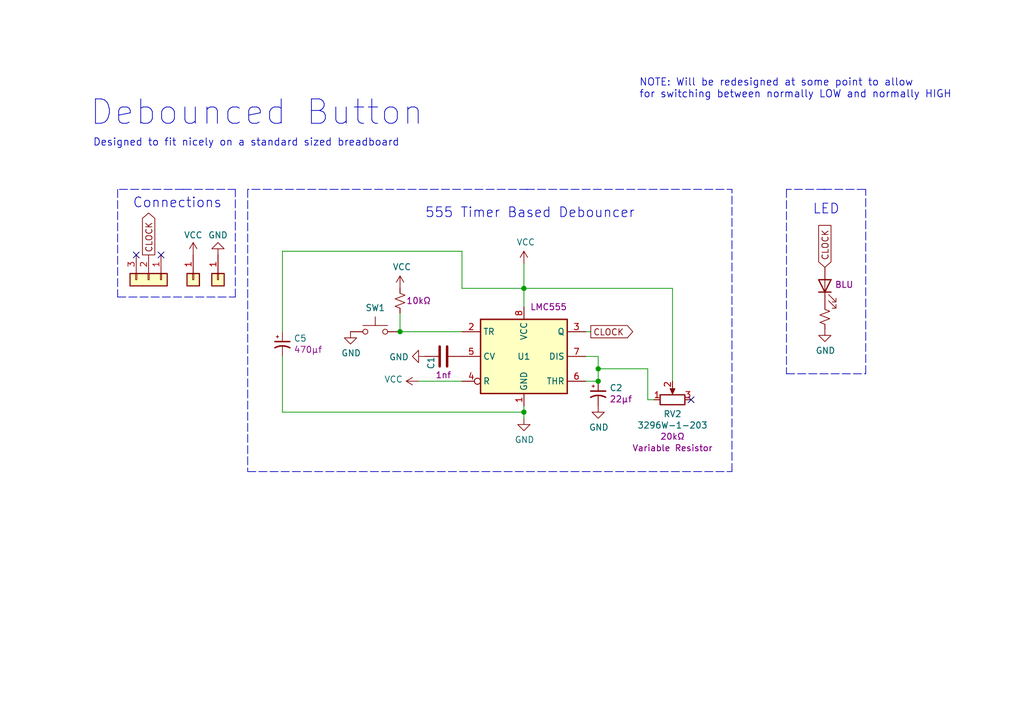
<source format=kicad_sch>
(kicad_sch (version 20211123) (generator eeschema)
  (paper "A5")
  (title_block (title "Debounced Button") (date "2022-01-03") (rev "1") (company "theWickedWebDev/8-bit-computer") (comment 1 "Normally Low, Active High"))
  (lib_symbols
    (symbol "Connector_Generic:Conn_01x01" (pin_names (offset 1.016) hide)
      (property "Reference" "J" (at 0 2.54 0))
      (property "Value" "Conn_01x01" (at 0 -2.54 0))
      (symbol "Conn_01x01_1_1"
        (rectangle (start -1.27 0.127) (end 0 -0.127) (stroke (width 0.1524)))
        (rectangle (start -1.27 1.27) (end 1.27 -1.27) (stroke (width 0.254)) (fill (type background)))
        (pin passive line (at -5.08 0 0) (length 3.81) (name "Pin_1") (number "1"))
      )
    )
    (symbol "Connector_Generic:Conn_01x03" (pin_names (offset 1.016) hide)
      (property "Reference" "J" (at 0 5.08 0))
      (property "Value" "Conn_01x03" (at 0 -5.08 0))
      (symbol "Conn_01x03_1_1"
        (rectangle (start -1.27 -2.413) (end 0 -2.667) (stroke (width 0.1524)))
        (rectangle (start -1.27 0.127) (end 0 -0.127) (stroke (width 0.1524)))
        (rectangle (start -1.27 2.667) (end 0 2.413) (stroke (width 0.1524)))
        (rectangle (start -1.27 3.81) (end 1.27 -3.81) (stroke (width 0.254)) (fill (type background)))
        (pin passive line (at -5.08 2.54 0) (length 3.81) (name "Pin_1") (number "1"))
        (pin passive line (at -5.08 0 0) (length 3.81) (name "Pin_2") (number "2"))
        (pin passive line (at -5.08 -2.54 0) (length 3.81) (name "Pin_3") (number "3"))
      )
    )
    (symbol "Device:C" (pin_numbers hide) (pin_names (offset 0.254))
      (property "Reference" "C" (at 0.635 2.54 0))
      (property "Value" "C" (at 0.635 -2.54 0))
      (symbol "C_0_1"
        (polyline (pts (xy -2.032 -0.762) (xy 2.032 -0.762)) (stroke (width 0.508)))
        (polyline (pts (xy -2.032 0.762) (xy 2.032 0.762)) (stroke (width 0.508)))
      )
      (symbol "C_1_1"
        (pin passive line (at 0 3.81 270) (length 2.794) (name "~") (number "1"))
        (pin passive line (at 0 -3.81 90) (length 2.794) (name "~") (number "2"))
      )
    )
    (symbol "Device:CP1_Small" (pin_numbers hide) (pin_names (offset 0.254) hide)
      (property "Reference" "C" (at 0.254 1.778 0))
      (property "Value" "Device_CP1_Small" (at 0.254 -2.032 0))
      (symbol "CP1_Small_0_1"
        (polyline (pts (xy -1.524 0.508) (xy 1.524 0.508)) (stroke (width 0.3048)))
        (polyline (pts (xy -1.27 1.524) (xy -0.762 1.524)))
        (polyline (pts (xy -1.016 1.27) (xy -1.016 1.778)))
        (arc (start 1.524 -0.762) (mid 0 -0.3734) (end -1.524 -0.762) (stroke (width 0.3048)))
      )
      (symbol "CP1_Small_1_1"
        (pin passive line (at 0 2.54 270) (length 2.032) (name "~") (number "1"))
        (pin passive line (at 0 -2.54 90) (length 2.032) (name "~") (number "2"))
      )
    )
    (symbol "Device:LED" (pin_numbers hide) (pin_names (offset 1.016) hide)
      (property "Reference" "D" (at 0 2.54 0))
      (property "Value" "LED" (at 0 -2.54 0))
      (symbol "LED_0_1"
        (polyline (pts (xy -1.27 -1.27) (xy -1.27 1.27)) (stroke (width 0.254)))
        (polyline (pts (xy -1.27 0) (xy 1.27 0)))
        (polyline (pts (xy 1.27 -1.27) (xy 1.27 1.27) (xy -1.27 0) (xy 1.27 -1.27)) (stroke (width 0.254)))
        (polyline (pts (xy -3.048 -0.762) (xy -4.572 -2.286) (xy -3.81 -2.286) (xy -4.572 -2.286) (xy -4.572 -1.524)))
        (polyline (pts (xy -1.778 -0.762) (xy -3.302 -2.286) (xy -2.54 -2.286) (xy -3.302 -2.286) (xy -3.302 -1.524)))
      )
      (symbol "LED_1_1"
        (pin passive line (at -3.81 0 0) (length 2.54) (name "K") (number "1"))
        (pin passive line (at 3.81 0 180) (length 2.54) (name "A") (number "2"))
      )
    )
    (symbol "Device:R_POT" (pin_names (offset 1.016) hide)
      (property "Reference" "RV" (at -4.445 0 90))
      (property "Value" "Device_R_POT" (at -2.54 0 90))
      (symbol "R_POT_0_1"
        (polyline (pts (xy 2.54 0) (xy 1.524 0)))
        (polyline (pts (xy 1.143 0) (xy 2.286 0.508) (xy 2.286 -0.508) (xy 1.143 0)) (fill (type outline)))
        (rectangle (start 1.016 2.54) (end -1.016 -2.54) (stroke (width 0.254)))
      )
      (symbol "R_POT_1_1"
        (pin passive line (at 0 3.81 270) (length 1.27) (name "1") (number "1"))
        (pin passive line (at 3.81 0 180) (length 1.27) (name "2") (number "2"))
        (pin passive line (at 0 -3.81 90) (length 1.27) (name "3") (number "3"))
      )
    )
    (symbol "Device:R_Small_US" (pin_numbers hide) (pin_names (offset 0.254) hide)
      (property "Reference" "R" (at 0.762 0.508 0))
      (property "Value" "R_Small_US" (at 0.762 -1.016 0))
      (symbol "R_Small_US_1_1"
        (polyline (pts (xy 0 0) (xy 1.016 -0.381) (xy 0 -0.762) (xy -1.016 -1.143) (xy 0 -1.524)))
        (polyline (pts (xy 0 1.524) (xy 1.016 1.143) (xy 0 0.762) (xy -1.016 0.381) (xy 0 0)))
        (pin passive line (at 0 2.54 270) (length 1.016) (name "~") (number "1"))
        (pin passive line (at 0 -2.54 90) (length 1.016) (name "~") (number "2"))
      )
    )
    (symbol "Switch:SW_Push" (pin_numbers hide) (pin_names (offset 1.016) hide)
      (property "Reference" "SW" (at 1.27 2.54 0))
      (property "Value" "SW_Push" (at 0 -1.524 0))
      (symbol "SW_Push_0_1"
        (circle (center -2.032 0) (radius 0.508))
        (polyline (pts (xy 0 1.27) (xy 0 3.048)))
        (polyline (pts (xy 2.54 1.27) (xy -2.54 1.27)))
        (circle (center 2.032 0) (radius 0.508))
        (pin passive line (at -5.08 0 0) (length 2.54) (name "1") (number "1"))
        (pin passive line (at 5.08 0 180) (length 2.54) (name "2") (number "2"))
      )
    )
    (symbol "Timer:NE555D"
      (property "Reference" "U" (at -10.16 8.89 0))
      (property "Value" "NE555D" (at 2.54 8.89 0))
      (symbol "NE555D_0_0"
        (pin power_in line (at 0 -10.16 90) (length 2.54) (name "GND") (number "1"))
        (pin power_in line (at 0 10.16 270) (length 2.54) (name "VCC") (number "8"))
      )
      (symbol "NE555D_0_1"
        (rectangle (start -8.89 -7.62) (end 8.89 7.62) (stroke (width 0.254)) (fill (type background)))
        (rectangle (start -8.89 -7.62) (end 8.89 7.62) (stroke (width 0.254)) (fill (type background)))
      )
      (symbol "NE555D_1_1"
        (pin input line (at -12.7 5.08 0) (length 3.81) (name "TR") (number "2"))
        (pin output line (at 12.7 5.08 180) (length 3.81) (name "Q") (number "3"))
        (pin input inverted (at -12.7 -5.08 0) (length 3.81) (name "R") (number "4"))
        (pin input line (at -12.7 0 0) (length 3.81) (name "CV") (number "5"))
        (pin input line (at 12.7 -5.08 180) (length 3.81) (name "THR") (number "6"))
        (pin input line (at 12.7 0 180) (length 3.81) (name "DIS") (number "7"))
      )
    )
    (symbol "power:GND" (power) (pin_names (offset 0))
      (property "Value" "GND" (at 0 -3.81 0))
      (symbol "GND_0_1"
        (polyline (pts (xy 0 0) (xy 0 -1.27) (xy 1.27 -1.27) (xy 0 -2.54) (xy -1.27 -1.27) (xy 0 -1.27)))
      )
      (symbol "GND_1_1"
        (pin power_in line (at 0 0 270) (length 0) hide (name "GND") (number "1"))
      )
    )
    (symbol "power:VCC" (power) (pin_names (offset 0))
      (property "Value" "VCC" (at 0 3.81 0))
      (symbol "VCC_0_1"
        (polyline (pts (xy -0.762 1.27) (xy 0 2.54)))
        (polyline (pts (xy 0 0) (xy 0 2.54)))
        (polyline (pts (xy 0 2.54) (xy 0.762 1.27)))
      )
      (symbol "VCC_1_1"
        (pin power_in line (at 0 0 90) (length 0) hide (name "VCC") (number "1"))
      )
    )
  )
  (junction (at 122.682 75.692))
  (junction (at 107.442 59.182))
  (junction (at 82.042 68.072))
  (junction (at 122.682 78.232))
  (junction (at 107.442 84.582))
  (no_connect (at 141.732 82.042))
  (no_connect (at 33.02 52.324))
  (no_connect (at 27.94 52.324))
  (wire (pts (xy 122.682 73.152) (xy 120.142 73.152)))
  (wire (pts (xy 57.912 68.072) (xy 57.912 51.562)))
  (polyline (pts (xy 108.204 38.862) (xy 50.8 38.862)))
  (wire (pts (xy 82.042 64.262) (xy 82.042 68.072)))
  (wire (pts (xy 107.442 59.182) (xy 107.442 62.992)))
  (wire (pts (xy 122.682 75.692) (xy 122.682 73.152)))
  (polyline (pts (xy 48.26 60.96) (xy 48.26 38.862)))
  (wire (pts (xy 120.142 68.072) (xy 121.158 68.072)))
  (polyline (pts (xy 168.91 38.862) (xy 177.546 38.862)))
  (polyline (pts (xy 107.95 38.862) (xy 150.114 38.862)))
  (polyline (pts (xy 50.8 38.862) (xy 50.8 96.774)))
  (wire (pts (xy 94.742 51.562) (xy 94.742 59.182)))
  (polyline (pts (xy 24.13 38.862) (xy 24.13 60.96)))
  (wire (pts (xy 57.912 73.152) (xy 57.912 84.582)))
  (wire (pts (xy 120.142 78.232) (xy 122.682 78.232)))
  (polyline (pts (xy 161.29 38.862) (xy 161.29 76.708)))
  (polyline (pts (xy 169.164 38.862) (xy 161.29 38.862)))
  (wire (pts (xy 107.442 54.102) (xy 107.442 59.182)))
  (wire (pts (xy 85.852 78.232) (xy 94.742 78.232)))
  (polyline (pts (xy 24.13 60.96) (xy 48.26 60.96)))
  (wire (pts (xy 94.742 59.182) (xy 107.442 59.182)))
  (wire (pts (xy 122.682 78.232) (xy 122.682 75.692)))
  (wire (pts (xy 57.912 51.562) (xy 94.742 51.562)))
  (polyline (pts (xy 37.592 38.862) (xy 48.26 38.862)))
  (polyline (pts (xy 50.8 96.774) (xy 150.114 96.774)))
  (polyline (pts (xy 177.546 76.708) (xy 177.546 38.862)))
  (wire (pts (xy 122.682 75.692) (xy 132.842 75.692)))
  (wire (pts (xy 57.912 84.582) (xy 107.442 84.582)))
  (wire (pts (xy 107.442 59.182) (xy 137.922 59.182)))
  (wire (pts (xy 137.922 59.182) (xy 137.922 78.232)))
  (wire (pts (xy 132.842 75.692) (xy 132.842 82.042)))
  (wire (pts (xy 132.842 82.042) (xy 134.112 82.042)))
  (polyline (pts (xy 37.592 38.862) (xy 24.13 38.862)))
  (polyline (pts (xy 150.114 96.774) (xy 150.114 38.862)))
  (wire (pts (xy 107.442 84.582) (xy 107.442 83.312)))
  (wire (pts (xy 107.442 85.852) (xy 107.442 84.582)))
  (polyline (pts (xy 161.29 76.708) (xy 177.546 76.708)))
  (wire (pts (xy 82.042 68.072) (xy 94.742 68.072)))
  (text "555 Timer Based Debouncer" (at 87.122 44.958 0) (effects (font (size 2 2)) (justify left bottom)))
  (text "LED" (at 166.624 44.196 0) (effects (font (size 2 2)) (justify left bottom)))
  (text "Connections" (at 27.178 42.926 0) (effects (font (size 2 2)) (justify left bottom)))
  (text "Debounced Button" (at 18.288 26.162 0) (effects (font (size 5 5)) (justify left bottom)))
  (text "Designed to fit nicely on a standard sized breadboard" (at 19.05 30.226 0) (effects (font (size 1.5 1.5)) (justify left bottom)))
  (text "NOTE: Will be redesigned at some point to allow\nfor switching between normally LOW and normally HIGH" (at 131.064 20.32 0) (effects (font (size 1.5 1.5)) (justify left bottom)))
  (global_label "CLOCK" (shape output) (at 30.48 52.324 90) (property "Intersheet References" "${INTERSHEET_REFS}" (effects hide)))
  (global_label "CLOCK" (shape output) (at 121.158 68.072 0) (property "Intersheet References" "${INTERSHEET_REFS}" (effects hide)))
  (global_label "CLOCK" (shape input) (at 169.164 54.864 90) (property "Intersheet References" "${INTERSHEET_REFS}" (effects hide)))
  (symbol (lib_id "Device:R_Small_US") (at 82.042 61.722 0) (unit 1)
    (property "Reference" "R1" (effects hide))
    (property "Value" "0402WGF1002TCE" (effects hide))
    (property "Footprint" "Resistor_SMD:R_0402_1005Metric" (effects hide))
    (property "Datasheet" "https://datasheet.lcsc.com/lcsc/1809301717_UNI-ROYAL-Uniroyal-Elec-0402WGF1002TCE_C25744.pdf" (effects hide))
    (property "Description" "1/16W ±1% ±100ppm/℃ 10kΩ 0402 Chip Resistor - Surface Mount ROHS" (effects hide))
    (property "JLCPCB" "C25744" (effects hide))
    (property "R" "10kΩ" (at 85.852 61.722 0))
    (property "LCSC Part Number" "C25744" (effects hide))
    (property "LCSC" "C25744" (effects hide))
  )
  (symbol (lib_id "power:GND") (at 71.882 68.072 0) (unit 1)
    (property "Reference" "#PWR011" (effects hide))
    (property "Value" "GND" (at 72.009 72.4662 0))
  )
  (symbol (lib_id "Timer:NE555D") (at 107.442 73.152 0) (unit 1)
    (property "Reference" "U1" (at 107.442 73.152 0))
    (property "Value" "LMC555CMX/NOPB" (effects hide))
    (property "Footprint" "Package_SO:SOIC-8_3.9x4.9mm_P1.27mm" (effects hide))
    (property "Datasheet" "https://datasheet.lcsc.com/lcsc/1810181624_Texas-Instruments-LMC555CMX-NOPB_C90760.pdf" (effects hide))
    (property "Description" "SOIC-8_150mil Timer ROHS" (effects hide))
    (property "JLCPCB" "C90760" (effects hide))
    (property "LCSC Part Number" "C90760" (effects hide))
    (property "LCSC" "C90760" (effects hide))
    (property "L" "LMC555" (at 112.522 62.992 0))
  )
  (symbol (lib_id "power:GND") (at 107.442 85.852 0) (unit 1)
    (property "Reference" "#PWR02" (effects hide))
    (property "Value" "GND" (at 107.569 90.2462 0))
  )
  (symbol (lib_id "power:VCC") (at 107.442 54.102 0) (unit 1)
    (property "Reference" "#PWR01" (effects hide))
    (property "Value" "VCC" (at 107.823 49.7078 0))
  )
  (symbol (lib_id "Switch:SW_Push") (at 76.962 68.072 0) (unit 1)
    (property "Reference" "SW1" (at 76.962 63.1698 0))
    (property "Value" "sw-push" (effects hide))
    (property "Footprint" "Button_Switch_THT:SW_PUSH_6mm" (effects hide))
  )
  (symbol (lib_id "power:VCC") (at 82.042 59.182 0) (unit 1)
    (property "Reference" "#PWR03" (effects hide))
    (property "Value" "VCC" (at 82.423 54.7878 0))
  )
  (symbol (lib_id "Device:C") (at 90.932 73.152 270) (unit 1)
    (property "Reference" "C1" (at 88.392 73.152 0) (effects (justify left)))
    (property "Value" "0402B102K500NT" (effects hide))
    (property "Footprint" "Capacitor_SMD:C_0402_1005Metric" (effects hide))
    (property "Datasheet" "https://datasheet.lcsc.com/lcsc/1809291524_FH-Guangdong-Fenghua-Advanced-Tech-0402B102K500NT_C1523.pdf" (effects hide))
    (property "JLCPCB" "C1523" (effects hide))
    (property "Description" "X7R 1nF ±10% 50V 0402 Multilayer Ceramic Capacitors MLCC - SMD/SMT ROHS" (effects hide))
    (property "C" "1nf" (at 90.932 76.962 90))
    (property "LCSC Part Number" "C1523" (effects hide))
    (property "LCSC" "C1523" (effects hide))
  )
  (symbol (lib_id "power:GND") (at 87.122 73.152 270) (unit 1)
    (property "Reference" "#PWR05" (effects hide))
    (property "Value" "GND" (at 83.8708 73.279 90) (effects (justify right)))
  )
  (symbol (lib_id "power:VCC") (at 85.852 78.232 90) (unit 1)
    (property "Reference" "#PWR04" (effects hide))
    (property "Value" "VCC" (at 82.6262 77.851 90) (effects (justify left)))
  )
  (symbol (lib_id "Device:CP1_Small") (at 122.682 80.772 0) (unit 1)
    (property "Reference" "C2" (at 124.9934 79.6036 0) (effects (justify left)))
    (property "Value" "CS1V220M-CRE54" (effects hide))
    (property "Footprint" "Capacitor_SMD:CP_Elec_6.3x5.4" (effects hide))
    (property "Datasheet" "https://datasheet.lcsc.com/lcsc/1811082138_ST-Semtech-CS1V220M-CRE54_C116086.pdf" (effects hide))
    (property "C" "22µf" (at 124.9934 81.915 0) (effects (justify left)))
    (property "JLCPCB" "C116086" (effects hide))
    (property "Description" "- - 1000hrs 105℃ 35V 22uF 6.3mm ±20% -40℃~+105℃ 5.4mm SMD,6.3x5.4mm Aluminum Electrolytic Capacitors - SMD ROHS" (effects hide))
    (property "LCSC Part Number" "C116086" (effects hide))
    (property "LCSC" "C116086" (effects hide))
  )
  (symbol (lib_id "power:GND") (at 122.682 83.312 0) (unit 1)
    (property "Reference" "#PWR06" (effects hide))
    (property "Value" "GND" (at 122.809 87.7062 0))
  )
  (symbol (lib_id "Device:R_POT") (at 137.922 82.042 90) (unit 1)
    (property "Reference" "RV2" (at 137.922 84.963 90))
    (property "Value" "3296W-1-203" (at 137.922 87.2744 90))
    (property "Footprint" "Potentiometer_THT:Potentiometer_Bourns_3266Y_Vertical" (effects hide))
    (property "Datasheet" "https://datasheet.lcsc.com/lcsc/1811011713_BOCHEN-Chengdu-Guosheng-Tech-3296W-1-203_C118936.pdf" (effects hide))
    (property "JLCPCB" "C118936" (effects hide))
    (property "Description" "Variable Resistors 20kΩ ±10% ±250ppm/℃ 3296W Variable Resistors/Potentiometers ROHS" (effects hide))
    (property "R" "20kΩ" (at 137.922 89.5858 90))
    (property "LCSC Part Number" "C118936" (effects hide))
    (property "C" "20kΩ" (effects hide))
    (property "LCSC" "C118936" (effects hide))
    (property "Field11" "Variable Resistor" (at 137.922 91.948 90))
  )
  (symbol (lib_id "Connector_Generic:Conn_01x03") (at 30.48 57.404 270) (unit 1)
    (property "Reference" "J2" (effects hide))
    (property "Value" "Conn_01x03" (effects hide))
    (property "Footprint" "Connector_PinHeader_2.54mm:PinHeader_1x03_P2.54mm_Vertical" (effects hide))
  )
  (symbol (lib_id "power:VCC") (at 39.624 52.324 0) (unit 1)
    (property "Reference" "#PWR0101" (effects hide))
    (property "Value" "VCC" (at 39.624 48.26 0))
  )
  (symbol (lib_id "power:GND") (at 44.704 52.324 180) (unit 1)
    (property "Reference" "#PWR0102" (effects hide))
    (property "Value" "GND" (at 44.704 48.26 0))
  )
  (symbol (lib_id "Connector_Generic:Conn_01x01") (at 44.704 57.404 270) (unit 1)
    (property "Reference" "J4" (effects hide))
    (property "Value" "Conn_01x01" (effects hide))
    (property "Footprint" "Connector_PinHeader_2.54mm:PinHeader_1x01_P2.54mm_Vertical" (effects hide))
  )
  (symbol (lib_id "Connector_Generic:Conn_01x01") (at 39.624 57.404 270) (unit 1)
    (property "Reference" "J3" (effects hide))
    (property "Value" "Conn_01x01" (effects hide))
    (property "Footprint" "Connector_PinHeader_2.54mm:PinHeader_1x01_P2.54mm_Vertical" (effects hide))
  )
  (symbol (lib_id "Device:CP1_Small") (at 57.912 70.612 0) (unit 1)
    (property "Reference" "C5" (at 60.2234 69.4436 0) (effects (justify left)))
    (property "Value" "CS1A471M-CRE77" (effects hide))
    (property "Footprint" "Capacitor_SMD:CP_Elec_6.3x7.7" (effects hide))
    (property "Datasheet" "https://datasheet.lcsc.com/lcsc/1811061025_ST-Semtech-CS1A471M-CRE77_C116423.pdf" (effects hide))
    (property "C" "470µf" (at 60.2234 71.755 0) (effects (justify left)))
    (property "JLCPCB" "C116423" (effects hide))
    (property "Description" "- - 470uF 6.3mm 7.7mm 2000hrs 105℃ ±20% 10V -40℃~+105℃ SMD,6.3x7.7mm Aluminum Electrolytic Capacitors - SMD ROHS" (effects hide))
    (property "LCSC Part Number" "C116423" (effects hide))
    (property "LCSC" "C116423" (effects hide))
  )
  (symbol (lib_id "power:GND") (at 169.164 67.564 0) (unit 1)
    (property "Reference" "#PWR034" (effects hide))
    (property "Value" "GND" (at 169.291 71.9582 0))
  )
  (symbol (lib_id "Device:R_Small_US") (at 169.164 65.024 0) (unit 1)
    (property "Reference" "R12" (effects hide))
    (property "Value" "0402WGF1001TCE" (effects hide))
    (property "Footprint" "Resistor_SMD:R_0402_1005Metric" (effects hide))
    (property "Datasheet" "https://datasheet.lcsc.com/lcsc/1811132311_UNI-ROYAL-Uniroyal-Elec-0402WGF1001TCE_C11702.pdf" (effects hide))
    (property "Description" "±1% 1/16W ±100ppm/℃ 1kΩ 0402 Chip Resistor - Surface Mount ROHS" (effects hide))
    (property "JLCPCB" "C11702" (effects hide))
    (property "LCSC Part Number" "C11702" (effects hide))
    (property "LCSC" "C11702" (effects hide))
  )
  (symbol (lib_id "Device:LED") (at 169.164 58.674 90) (unit 1)
    (property "Reference" "D12" (effects hide))
    (property "Value" "19-217/BHC-ZL1M2RY/3T" (effects hide))
    (property "Footprint" "LED_SMD:LED_0603_1608Metric" (effects hide))
    (property "Datasheet" "https://datasheet.lcsc.com/lcsc/1811101510_Everlight-Elec-19-217-BHC-ZL1M2RY-3T_C72041.pdf" (effects hide))
    (property "JLCPCB" "C72041" (effects hide))
    (property "Color" "BLU" (at 171.196 58.42 90) (effects (justify right)))
    (property "LCSC Part Number" "C72041" (effects hide))
    (property "LCSC" "C72041" (effects hide))
  )
)
</source>
